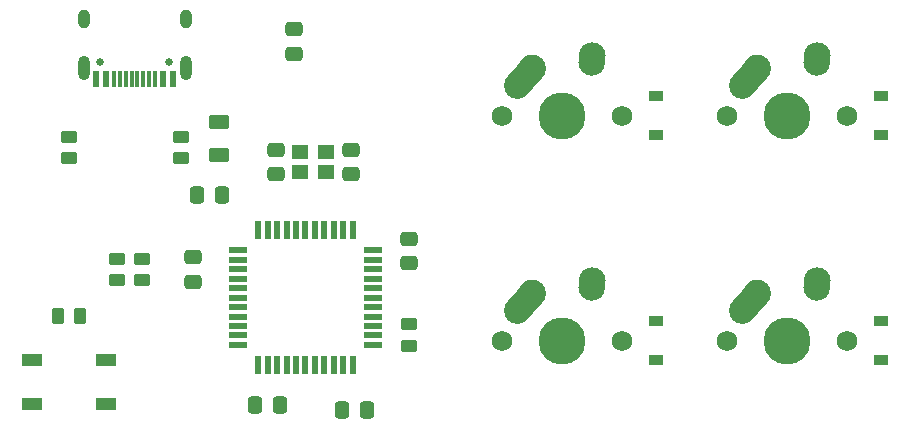
<source format=gbr>
%TF.GenerationSoftware,KiCad,Pcbnew,(6.0.1-0)*%
%TF.CreationDate,2022-10-25T12:30:21+02:00*%
%TF.ProjectId,macro,6d616372-6f2e-46b6-9963-61645f706362,rev?*%
%TF.SameCoordinates,Original*%
%TF.FileFunction,Soldermask,Bot*%
%TF.FilePolarity,Negative*%
%FSLAX46Y46*%
G04 Gerber Fmt 4.6, Leading zero omitted, Abs format (unit mm)*
G04 Created by KiCad (PCBNEW (6.0.1-0)) date 2022-10-25 12:30:21*
%MOMM*%
%LPD*%
G01*
G04 APERTURE LIST*
G04 Aperture macros list*
%AMRoundRect*
0 Rectangle with rounded corners*
0 $1 Rounding radius*
0 $2 $3 $4 $5 $6 $7 $8 $9 X,Y pos of 4 corners*
0 Add a 4 corners polygon primitive as box body*
4,1,4,$2,$3,$4,$5,$6,$7,$8,$9,$2,$3,0*
0 Add four circle primitives for the rounded corners*
1,1,$1+$1,$2,$3*
1,1,$1+$1,$4,$5*
1,1,$1+$1,$6,$7*
1,1,$1+$1,$8,$9*
0 Add four rect primitives between the rounded corners*
20,1,$1+$1,$2,$3,$4,$5,0*
20,1,$1+$1,$4,$5,$6,$7,0*
20,1,$1+$1,$6,$7,$8,$9,0*
20,1,$1+$1,$8,$9,$2,$3,0*%
%AMHorizOval*
0 Thick line with rounded ends*
0 $1 width*
0 $2 $3 position (X,Y) of the first rounded end (center of the circle)*
0 $4 $5 position (X,Y) of the second rounded end (center of the circle)*
0 Add line between two ends*
20,1,$1,$2,$3,$4,$5,0*
0 Add two circle primitives to create the rounded ends*
1,1,$1,$2,$3*
1,1,$1,$4,$5*%
G04 Aperture macros list end*
%ADD10RoundRect,0.250000X-0.475000X0.337500X-0.475000X-0.337500X0.475000X-0.337500X0.475000X0.337500X0*%
%ADD11R,0.600000X1.450000*%
%ADD12R,0.300000X1.450000*%
%ADD13C,0.650000*%
%ADD14O,1.000000X2.100000*%
%ADD15O,1.000000X1.600000*%
%ADD16C,2.250000*%
%ADD17HorizOval,2.250000X0.020000X0.290000X-0.020000X-0.290000X0*%
%ADD18HorizOval,2.250000X0.655001X0.730000X-0.655001X-0.730000X0*%
%ADD19C,1.750000*%
%ADD20C,3.987800*%
%ADD21RoundRect,0.250000X-0.450000X0.262500X-0.450000X-0.262500X0.450000X-0.262500X0.450000X0.262500X0*%
%ADD22R,1.200000X0.900000*%
%ADD23RoundRect,0.250000X-0.625000X0.375000X-0.625000X-0.375000X0.625000X-0.375000X0.625000X0.375000X0*%
%ADD24R,1.800000X1.100000*%
%ADD25RoundRect,0.250000X0.475000X-0.337500X0.475000X0.337500X-0.475000X0.337500X-0.475000X-0.337500X0*%
%ADD26RoundRect,0.250000X0.337500X0.475000X-0.337500X0.475000X-0.337500X-0.475000X0.337500X-0.475000X0*%
%ADD27R,1.500000X0.550000*%
%ADD28R,0.550000X1.500000*%
%ADD29R,1.400000X1.200000*%
%ADD30RoundRect,0.250000X0.450000X-0.262500X0.450000X0.262500X-0.450000X0.262500X-0.450000X-0.262500X0*%
%ADD31RoundRect,0.250000X0.262500X0.450000X-0.262500X0.450000X-0.262500X-0.450000X0.262500X-0.450000X0*%
%ADD32RoundRect,0.250000X-0.337500X-0.475000X0.337500X-0.475000X0.337500X0.475000X-0.337500X0.475000X0*%
G04 APERTURE END LIST*
D10*
%TO.C,C8*%
X131762500Y-81268750D03*
X131762500Y-83343750D03*
%TD*%
D11*
%TO.C,USB1*%
X121493750Y-85482500D03*
X115043750Y-85482500D03*
X120718750Y-85482500D03*
X115818750Y-85482500D03*
D12*
X116518750Y-85482500D03*
X120018750Y-85482500D03*
X117018750Y-85482500D03*
X119518750Y-85482500D03*
X117518750Y-85482500D03*
X119018750Y-85482500D03*
X118518750Y-85482500D03*
X118018750Y-85482500D03*
D13*
X121158750Y-84037500D03*
X115378750Y-84037500D03*
D14*
X113948750Y-84567500D03*
X122588750Y-84567500D03*
D15*
X113948750Y-80387500D03*
X122588750Y-80387500D03*
%TD*%
D16*
%TO.C,MX2*%
X176042468Y-83491218D03*
D17*
X176022468Y-83781218D03*
D18*
X170347469Y-85301218D03*
D16*
X171002468Y-84571218D03*
D19*
X168422468Y-88571218D03*
X178582468Y-88571218D03*
D20*
X173502468Y-88571218D03*
%TD*%
%TO.C,MX3*%
X154452468Y-107621218D03*
D19*
X149372468Y-107621218D03*
X159532468Y-107621218D03*
D18*
X151297469Y-104351218D03*
D16*
X151952468Y-103621218D03*
D17*
X156972468Y-102831218D03*
D16*
X156992468Y-102541218D03*
%TD*%
%TO.C,MX4*%
X176042468Y-102541218D03*
D17*
X176022468Y-102831218D03*
D18*
X170347469Y-104351218D03*
D16*
X171002468Y-103621218D03*
D19*
X178582468Y-107621218D03*
D20*
X173502468Y-107621218D03*
D19*
X168422468Y-107621218D03*
%TD*%
%TO.C,MX1*%
X159532468Y-88571218D03*
D20*
X154452468Y-88571218D03*
D19*
X149372468Y-88571218D03*
D18*
X151297469Y-85301218D03*
D16*
X151952468Y-84571218D03*
D17*
X156972468Y-83781218D03*
D16*
X156992468Y-83491218D03*
%TD*%
D21*
%TO.C,R2*%
X116819532Y-100687500D03*
X116819532Y-102512500D03*
%TD*%
%TO.C,R6*%
X122237500Y-90368750D03*
X122237500Y-92193750D03*
%TD*%
D22*
%TO.C,D4*%
X181439968Y-109271218D03*
X181439968Y-105971218D03*
%TD*%
D23*
%TO.C,F1*%
X125412500Y-91887500D03*
X125412500Y-89087500D03*
%TD*%
D24*
%TO.C,SW1*%
X109612500Y-109275000D03*
X115812500Y-112975000D03*
X109612500Y-112975000D03*
X115812500Y-109275000D03*
%TD*%
D22*
%TO.C,D1*%
X162389968Y-90221218D03*
X162389968Y-86921218D03*
%TD*%
D25*
%TO.C,C4*%
X141473874Y-101050000D03*
X141473874Y-98975000D03*
%TD*%
D22*
%TO.C,D3*%
X162389968Y-109271218D03*
X162389968Y-105971218D03*
%TD*%
D26*
%TO.C,C5*%
X137936374Y-113506250D03*
X135861374Y-113506250D03*
%TD*%
D27*
%TO.C,U1*%
X127042624Y-107981250D03*
X127042624Y-107181250D03*
X127042624Y-106381250D03*
X127042624Y-105581250D03*
X127042624Y-104781250D03*
X127042624Y-103981250D03*
X127042624Y-103181250D03*
X127042624Y-102381250D03*
X127042624Y-101581250D03*
X127042624Y-100781250D03*
X127042624Y-99981250D03*
D28*
X128742624Y-98281250D03*
X129542624Y-98281250D03*
X130342624Y-98281250D03*
X131142624Y-98281250D03*
X131942624Y-98281250D03*
X132742624Y-98281250D03*
X133542624Y-98281250D03*
X134342624Y-98281250D03*
X135142624Y-98281250D03*
X135942624Y-98281250D03*
X136742624Y-98281250D03*
D27*
X138442624Y-99981250D03*
X138442624Y-100781250D03*
X138442624Y-101581250D03*
X138442624Y-102381250D03*
X138442624Y-103181250D03*
X138442624Y-103981250D03*
X138442624Y-104781250D03*
X138442624Y-105581250D03*
X138442624Y-106381250D03*
X138442624Y-107181250D03*
X138442624Y-107981250D03*
D28*
X136742624Y-109681250D03*
X135942624Y-109681250D03*
X135142624Y-109681250D03*
X134342624Y-109681250D03*
X133542624Y-109681250D03*
X132742624Y-109681250D03*
X131942624Y-109681250D03*
X131142624Y-109681250D03*
X130342624Y-109681250D03*
X129542624Y-109681250D03*
X128742624Y-109681250D03*
%TD*%
D25*
%TO.C,C2*%
X130240020Y-93540020D03*
X130240020Y-91465020D03*
%TD*%
D29*
%TO.C,Y1*%
X132315020Y-91652520D03*
X134515020Y-91652520D03*
X134515020Y-93352520D03*
X132315020Y-93352520D03*
%TD*%
D30*
%TO.C,R5*%
X112712500Y-90368750D03*
X112712500Y-92193750D03*
%TD*%
%TO.C,R4*%
X141473874Y-108068750D03*
X141473874Y-106243750D03*
%TD*%
D31*
%TO.C,R3*%
X113625000Y-105568750D03*
X111800000Y-105568750D03*
%TD*%
D21*
%TO.C,R1*%
X118872000Y-100687500D03*
X118872000Y-102512500D03*
%TD*%
D25*
%TO.C,C7*%
X123190000Y-102637500D03*
X123190000Y-100562500D03*
%TD*%
D32*
%TO.C,C1*%
X128502500Y-113030000D03*
X130577500Y-113030000D03*
%TD*%
D22*
%TO.C,D2*%
X181439968Y-90221218D03*
X181439968Y-86921218D03*
%TD*%
D26*
%TO.C,C6*%
X125656250Y-95250000D03*
X123581250Y-95250000D03*
%TD*%
D10*
%TO.C,C3*%
X136590020Y-91465020D03*
X136590020Y-93540020D03*
%TD*%
M02*

</source>
